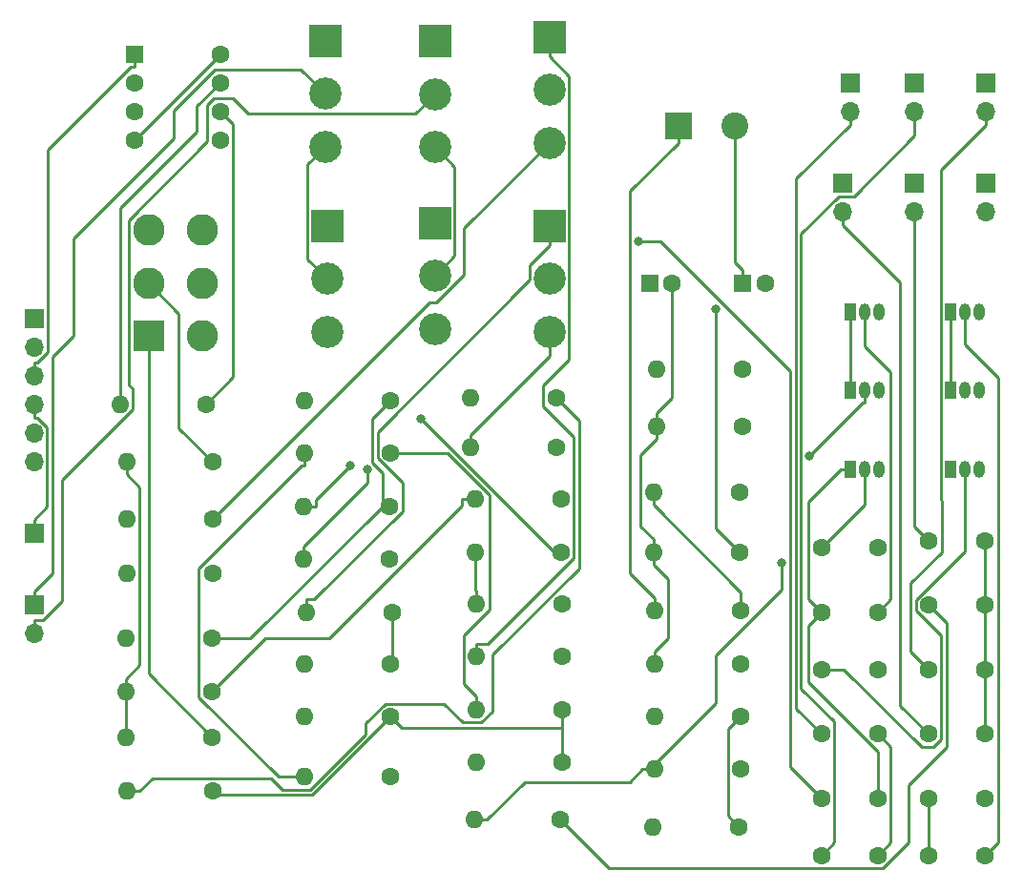
<source format=gbr>
G04 #@! TF.GenerationSoftware,KiCad,Pcbnew,(5.1.5)-3*
G04 #@! TF.CreationDate,2020-01-23T17:29:19-05:00*
G04 #@! TF.ProjectId,cludge,636c7564-6765-42e6-9b69-6361645f7063,v01*
G04 #@! TF.SameCoordinates,Original*
G04 #@! TF.FileFunction,Copper,L2,Bot*
G04 #@! TF.FilePolarity,Positive*
%FSLAX46Y46*%
G04 Gerber Fmt 4.6, Leading zero omitted, Abs format (unit mm)*
G04 Created by KiCad (PCBNEW (5.1.5)-3) date 2020-01-23 17:29:19*
%MOMM*%
%LPD*%
G04 APERTURE LIST*
%ADD10C,1.600000*%
%ADD11R,1.600000X1.600000*%
%ADD12R,2.400000X2.400000*%
%ADD13C,2.400000*%
%ADD14R,1.700000X1.700000*%
%ADD15O,1.700000X1.700000*%
%ADD16R,1.000000X1.500000*%
%ADD17O,1.000000X1.500000*%
%ADD18O,1.600000X1.600000*%
%ADD19R,2.850000X2.850000*%
%ADD20C,2.850000*%
%ADD21R,2.800000X2.800000*%
%ADD22C,2.800000*%
%ADD23C,0.800000*%
%ADD24C,0.250000*%
G04 APERTURE END LIST*
D10*
X146050000Y-92075000D03*
X151050000Y-92075000D03*
X151050000Y-80645000D03*
X146050000Y-80645000D03*
X141525000Y-81280000D03*
X136525000Y-81280000D03*
X136525000Y-92075000D03*
X141525000Y-92075000D03*
D11*
X121285000Y-57785000D03*
D10*
X123285000Y-57785000D03*
D12*
X123825000Y-43815000D03*
D13*
X128825000Y-43815000D03*
D10*
X136525000Y-97790000D03*
X141525000Y-97790000D03*
X131540000Y-57785000D03*
D11*
X129540000Y-57785000D03*
D10*
X151050000Y-103505000D03*
X146050000Y-103505000D03*
X146050000Y-86360000D03*
X151050000Y-86360000D03*
X146050000Y-108585000D03*
X151050000Y-108585000D03*
X141525000Y-86995000D03*
X136525000Y-86995000D03*
X136525000Y-103505000D03*
X141525000Y-103505000D03*
X151050000Y-97790000D03*
X146050000Y-97790000D03*
X141525000Y-108585000D03*
X136525000Y-108585000D03*
D14*
X66675000Y-86360000D03*
D15*
X66675000Y-88900000D03*
D14*
X66675000Y-80010000D03*
X66675000Y-60960000D03*
D15*
X66675000Y-63500000D03*
X66675000Y-66040000D03*
X66675000Y-68580000D03*
X66675000Y-71120000D03*
X66675000Y-73660000D03*
D14*
X151130000Y-40005000D03*
D15*
X151130000Y-42545000D03*
X144780000Y-51435000D03*
D14*
X144780000Y-48895000D03*
X139065000Y-40005000D03*
D15*
X139065000Y-42545000D03*
X151130000Y-51435000D03*
D14*
X151130000Y-48895000D03*
X138430000Y-48895000D03*
D15*
X138430000Y-51435000D03*
X144780000Y-42545000D03*
D14*
X144780000Y-40005000D03*
D16*
X139065000Y-74295000D03*
D17*
X141605000Y-74295000D03*
X140335000Y-74295000D03*
X149225000Y-74295000D03*
X150495000Y-74295000D03*
D16*
X147955000Y-74295000D03*
X139065000Y-67310000D03*
D17*
X141605000Y-67310000D03*
X140335000Y-67310000D03*
X149225000Y-67310000D03*
X150495000Y-67310000D03*
D16*
X147955000Y-67310000D03*
X147955000Y-60325000D03*
D17*
X150495000Y-60325000D03*
X149225000Y-60325000D03*
X140335000Y-60325000D03*
X141605000Y-60325000D03*
D16*
X139065000Y-60325000D03*
D18*
X105910000Y-95630000D03*
D10*
X113530000Y-95630000D03*
X98315000Y-72880000D03*
D18*
X90695000Y-72880000D03*
D10*
X82550000Y-102870000D03*
D18*
X74930000Y-102870000D03*
X90695000Y-68195000D03*
D10*
X98315000Y-68195000D03*
D18*
X105790000Y-81660000D03*
D10*
X113410000Y-81660000D03*
D18*
X105790000Y-76975000D03*
D10*
X113410000Y-76975000D03*
X82465000Y-94035000D03*
D18*
X74845000Y-94035000D03*
D10*
X113030000Y-72390000D03*
D18*
X105410000Y-72390000D03*
X90805000Y-86995000D03*
D10*
X98425000Y-86995000D03*
D18*
X105410000Y-67945000D03*
D10*
X113030000Y-67945000D03*
X98315000Y-91580000D03*
D18*
X90695000Y-91580000D03*
D10*
X82465000Y-89350000D03*
D18*
X74845000Y-89350000D03*
X90575000Y-77610000D03*
D10*
X98195000Y-77610000D03*
D18*
X90575000Y-82295000D03*
D10*
X98195000Y-82295000D03*
X129540000Y-65405000D03*
D18*
X121920000Y-65405000D03*
D10*
X129380000Y-86895000D03*
D18*
X121760000Y-86895000D03*
X90695000Y-96265000D03*
D10*
X98315000Y-96265000D03*
D18*
X74930000Y-73660000D03*
D10*
X82550000Y-73660000D03*
X113530000Y-86260000D03*
D18*
X105910000Y-86260000D03*
X74930000Y-78740000D03*
D10*
X82550000Y-78740000D03*
X98315000Y-101585000D03*
D18*
X90695000Y-101585000D03*
D10*
X113530000Y-90945000D03*
D18*
X105910000Y-90945000D03*
X74295000Y-68580000D03*
D10*
X81915000Y-68580000D03*
D18*
X121640000Y-76340000D03*
D10*
X129260000Y-76340000D03*
D18*
X74845000Y-98085000D03*
D10*
X82465000Y-98085000D03*
X129380000Y-91580000D03*
D18*
X121760000Y-91580000D03*
D10*
X113530000Y-100315000D03*
D18*
X105910000Y-100315000D03*
D10*
X129540000Y-70485000D03*
D18*
X121920000Y-70485000D03*
X121640000Y-81660000D03*
D10*
X129260000Y-81660000D03*
X113360000Y-105410000D03*
D18*
X105740000Y-105410000D03*
X121760000Y-96265000D03*
D10*
X129380000Y-96265000D03*
X129380000Y-100950000D03*
D18*
X121760000Y-100950000D03*
X121590000Y-106045000D03*
D10*
X129210000Y-106045000D03*
X82515000Y-83590000D03*
D18*
X74895000Y-83590000D03*
D19*
X112395000Y-52705000D03*
D20*
X112395000Y-57405000D03*
X112395000Y-62105000D03*
X112395000Y-45340000D03*
X112395000Y-40640000D03*
D19*
X112395000Y-35940000D03*
D21*
X76835000Y-62485000D03*
D22*
X76835000Y-57785000D03*
X76835000Y-53085000D03*
X81635000Y-62485000D03*
X81635000Y-57785000D03*
X81635000Y-53085000D03*
D20*
X102235000Y-61850000D03*
X102235000Y-57150000D03*
D19*
X102235000Y-52450000D03*
X102235000Y-36320000D03*
D20*
X102235000Y-41020000D03*
X102235000Y-45720000D03*
D19*
X92710000Y-52705000D03*
D20*
X92710000Y-57405000D03*
X92710000Y-62105000D03*
X92495000Y-45700000D03*
X92495000Y-41000000D03*
D19*
X92495000Y-36300000D03*
D11*
X75565000Y-37465000D03*
D10*
X75565000Y-40005000D03*
X75565000Y-42545000D03*
X75565000Y-45085000D03*
X83185000Y-45085000D03*
X83185000Y-42545000D03*
X83185000Y-40005000D03*
X83185000Y-37465000D03*
D23*
X133010200Y-82593500D03*
X100978400Y-69806800D03*
X120292200Y-54070200D03*
X135447100Y-73160400D03*
X127142400Y-60068300D03*
X96256600Y-74347800D03*
X94771400Y-74001400D03*
D24*
X146050000Y-92075000D02*
X144474300Y-90499300D01*
X144474300Y-90499300D02*
X144474300Y-84399300D01*
X144474300Y-84399300D02*
X147186800Y-81686800D01*
X147186800Y-81686800D02*
X147186800Y-77100100D01*
X147186800Y-77100100D02*
X147119500Y-77032800D01*
X147119500Y-77032800D02*
X147119500Y-47730800D01*
X147119500Y-47730800D02*
X151130000Y-43720300D01*
X105910000Y-95630000D02*
X105910000Y-94504700D01*
X98315000Y-72880000D02*
X103335900Y-72880000D01*
X103335900Y-72880000D02*
X107069900Y-76614000D01*
X107069900Y-76614000D02*
X107069900Y-86760300D01*
X107069900Y-86760300D02*
X104784700Y-89045500D01*
X104784700Y-89045500D02*
X104784700Y-93379400D01*
X104784700Y-93379400D02*
X105910000Y-94504700D01*
X151130000Y-42545000D02*
X151130000Y-43720300D01*
X66675000Y-80010000D02*
X66675000Y-78834700D01*
X66675000Y-68580000D02*
X66675000Y-69755300D01*
X66675000Y-78834700D02*
X67850300Y-77659400D01*
X67850300Y-77659400D02*
X67850300Y-70629300D01*
X67850300Y-70629300D02*
X66976300Y-69755300D01*
X66976300Y-69755300D02*
X66675000Y-69755300D01*
X141525000Y-97790000D02*
X142656200Y-98921200D01*
X142656200Y-98921200D02*
X142656200Y-107453800D01*
X142656200Y-107453800D02*
X141525000Y-108585000D01*
X151050000Y-86360000D02*
X151050000Y-92075000D01*
X151050000Y-80645000D02*
X151050000Y-86360000D01*
X151050000Y-97790000D02*
X151050000Y-92075000D01*
X74930000Y-102870000D02*
X76055300Y-102870000D01*
X76055300Y-102870000D02*
X77196100Y-101729200D01*
X77196100Y-101729200D02*
X87700800Y-101729200D01*
X87700800Y-101729200D02*
X88728900Y-102757300D01*
X88728900Y-102757300D02*
X91185800Y-102757300D01*
X91185800Y-102757300D02*
X96111000Y-97832100D01*
X96111000Y-97832100D02*
X96111000Y-96874300D01*
X96111000Y-96874300D02*
X97850100Y-95135200D01*
X97850100Y-95135200D02*
X103019800Y-95135200D01*
X103019800Y-95135200D02*
X104683100Y-96798500D01*
X104683100Y-96798500D02*
X106373800Y-96798500D01*
X106373800Y-96798500D02*
X107377500Y-95794800D01*
X107377500Y-95794800D02*
X107377500Y-90788200D01*
X107377500Y-90788200D02*
X115050000Y-83115700D01*
X115050000Y-83115700D02*
X115050000Y-69965000D01*
X115050000Y-69965000D02*
X113030000Y-67945000D01*
X144780000Y-52610300D02*
X144780000Y-79375000D01*
X144780000Y-79375000D02*
X146050000Y-80645000D01*
X144780000Y-51435000D02*
X144780000Y-52610300D01*
X121310000Y-100950000D02*
X127198400Y-95061600D01*
X127198400Y-95061600D02*
X127198400Y-90796200D01*
X127198400Y-90796200D02*
X133010200Y-84984400D01*
X133010200Y-84984400D02*
X133010200Y-82593500D01*
X121310000Y-100950000D02*
X120634700Y-100950000D01*
X121760000Y-100950000D02*
X121310000Y-100950000D01*
X105740000Y-105410000D02*
X106865300Y-105410000D01*
X106865300Y-105410000D02*
X110200000Y-102075300D01*
X110200000Y-102075300D02*
X119509400Y-102075300D01*
X119509400Y-102075300D02*
X120634700Y-100950000D01*
X113410000Y-81660000D02*
X112831600Y-81660000D01*
X112831600Y-81660000D02*
X100978400Y-69806800D01*
X140335000Y-74295000D02*
X140335000Y-77470000D01*
X140335000Y-77470000D02*
X136525000Y-81280000D01*
X105790000Y-76975000D02*
X104664700Y-76975000D01*
X82465000Y-94035000D02*
X87157500Y-89342500D01*
X87157500Y-89342500D02*
X92859800Y-89342500D01*
X92859800Y-89342500D02*
X104664700Y-77537600D01*
X104664700Y-77537600D02*
X104664700Y-76975000D01*
X136525000Y-92075000D02*
X138534800Y-92075000D01*
X138534800Y-92075000D02*
X145412100Y-98952300D01*
X145412100Y-98952300D02*
X146502100Y-98952300D01*
X146502100Y-98952300D02*
X147175400Y-98279000D01*
X147175400Y-98279000D02*
X147175400Y-89076800D01*
X147175400Y-89076800D02*
X144924700Y-86826100D01*
X144924700Y-86826100D02*
X144924700Y-85893800D01*
X144924700Y-85893800D02*
X149225000Y-81593500D01*
X149225000Y-81593500D02*
X149225000Y-74295000D01*
X90695000Y-72880000D02*
X90695000Y-74005300D01*
X90695000Y-101585000D02*
X88352200Y-101585000D01*
X88352200Y-101585000D02*
X81311500Y-94544300D01*
X81311500Y-94544300D02*
X81311500Y-83107500D01*
X81311500Y-83107500D02*
X90413700Y-74005300D01*
X90413700Y-74005300D02*
X90695000Y-74005300D01*
X141525000Y-103505000D02*
X141525000Y-99381500D01*
X141525000Y-99381500D02*
X135344900Y-93201400D01*
X135344900Y-93201400D02*
X135344900Y-88175100D01*
X135344900Y-88175100D02*
X136525000Y-86995000D01*
X66675000Y-66040000D02*
X66675000Y-64864700D01*
X75565000Y-37465000D02*
X75565000Y-38590300D01*
X75565000Y-38590300D02*
X75283700Y-38590300D01*
X75283700Y-38590300D02*
X67890700Y-45983300D01*
X67890700Y-45983300D02*
X67890700Y-63946600D01*
X67890700Y-63946600D02*
X66972600Y-64864700D01*
X66972600Y-64864700D02*
X66675000Y-64864700D01*
X139065000Y-74295000D02*
X138239700Y-74295000D01*
X136525000Y-86995000D02*
X135373700Y-85843700D01*
X135373700Y-85843700D02*
X135373700Y-77161000D01*
X135373700Y-77161000D02*
X138239700Y-74295000D01*
X121640000Y-81660000D02*
X121640000Y-82785300D01*
X121760000Y-91580000D02*
X121760000Y-90454700D01*
X121760000Y-90454700D02*
X122907900Y-89306800D01*
X122907900Y-89306800D02*
X122907900Y-84053200D01*
X122907900Y-84053200D02*
X121640000Y-82785300D01*
X121640000Y-81660000D02*
X121640000Y-80534700D01*
X121640000Y-80534700D02*
X120498100Y-79392800D01*
X120498100Y-79392800D02*
X120498100Y-73032200D01*
X120498100Y-73032200D02*
X121920000Y-71610300D01*
X146050000Y-108585000D02*
X146050000Y-103505000D01*
X121920000Y-70485000D02*
X121920000Y-69359700D01*
X123285000Y-57785000D02*
X123285000Y-67994700D01*
X123285000Y-67994700D02*
X121920000Y-69359700D01*
X129540000Y-57785000D02*
X129540000Y-56659700D01*
X128825000Y-43815000D02*
X128825000Y-55944700D01*
X128825000Y-55944700D02*
X129540000Y-56659700D01*
X74930000Y-73660000D02*
X74930000Y-74785300D01*
X74845000Y-94035000D02*
X74845000Y-92909700D01*
X74845000Y-92909700D02*
X76055300Y-91699400D01*
X76055300Y-91699400D02*
X76055300Y-75910600D01*
X76055300Y-75910600D02*
X74930000Y-74785300D01*
X74845000Y-98085000D02*
X74845000Y-94035000D01*
X121920000Y-70485000D02*
X121920000Y-71610300D01*
X105910000Y-86260000D02*
X105910000Y-85134700D01*
X105910000Y-85134700D02*
X105790000Y-85014700D01*
X105790000Y-85014700D02*
X105790000Y-81660000D01*
X98315000Y-91580000D02*
X98425000Y-91470000D01*
X98425000Y-91470000D02*
X98425000Y-86995000D01*
X123825000Y-45340300D02*
X119566900Y-49598400D01*
X119566900Y-49598400D02*
X119566900Y-83576600D01*
X119566900Y-83576600D02*
X121760000Y-85769700D01*
X121760000Y-86895000D02*
X121760000Y-85769700D01*
X123825000Y-43815000D02*
X123825000Y-45340300D01*
X139065000Y-43720300D02*
X134271500Y-48513800D01*
X134271500Y-48513800D02*
X134271500Y-95536500D01*
X134271500Y-95536500D02*
X136525000Y-97790000D01*
X139065000Y-42545000D02*
X139065000Y-43720300D01*
X83185000Y-42545000D02*
X84347300Y-43707300D01*
X84347300Y-43707300D02*
X84347300Y-66147700D01*
X84347300Y-66147700D02*
X81915000Y-68580000D01*
X113360000Y-105410000D02*
X117685800Y-109735800D01*
X117685800Y-109735800D02*
X141973300Y-109735800D01*
X141973300Y-109735800D02*
X144279300Y-107429800D01*
X144279300Y-107429800D02*
X144279300Y-102375100D01*
X144279300Y-102375100D02*
X147672200Y-98982200D01*
X147672200Y-98982200D02*
X147672200Y-87982200D01*
X147672200Y-87982200D02*
X146050000Y-86360000D01*
X151050000Y-108585000D02*
X152203800Y-107431200D01*
X152203800Y-107431200D02*
X152203800Y-66228700D01*
X152203800Y-66228700D02*
X149225000Y-63249900D01*
X149225000Y-63249900D02*
X149225000Y-60325000D01*
X76835000Y-62485000D02*
X76835000Y-64210300D01*
X76835000Y-64210300D02*
X76835000Y-92455000D01*
X76835000Y-92455000D02*
X82465000Y-98085000D01*
X140335000Y-60325000D02*
X140335000Y-63391000D01*
X140335000Y-63391000D02*
X142653000Y-65709000D01*
X142653000Y-65709000D02*
X142653000Y-85867000D01*
X142653000Y-85867000D02*
X141525000Y-86995000D01*
X120292200Y-54070200D02*
X122226600Y-54070200D01*
X122226600Y-54070200D02*
X133738800Y-65582400D01*
X133738800Y-65582400D02*
X133738800Y-100718800D01*
X133738800Y-100718800D02*
X136525000Y-103505000D01*
X138430000Y-51435000D02*
X138430000Y-52610300D01*
X146050000Y-97790000D02*
X143539300Y-95279300D01*
X143539300Y-95279300D02*
X143539300Y-57719600D01*
X143539300Y-57719600D02*
X138430000Y-52610300D01*
X144780000Y-42545000D02*
X144780000Y-44707900D01*
X144780000Y-44707900D02*
X139417500Y-50070400D01*
X139417500Y-50070400D02*
X138102400Y-50070400D01*
X138102400Y-50070400D02*
X134721800Y-53451000D01*
X134721800Y-53451000D02*
X134721800Y-93758400D01*
X134721800Y-93758400D02*
X137651300Y-96687900D01*
X137651300Y-96687900D02*
X137651300Y-107458700D01*
X137651300Y-107458700D02*
X136525000Y-108585000D01*
X97570800Y-77610000D02*
X97570800Y-74636000D01*
X97570800Y-74636000D02*
X96690600Y-73755800D01*
X96690600Y-73755800D02*
X96690600Y-69819400D01*
X96690600Y-69819400D02*
X98315000Y-68195000D01*
X82465000Y-89350000D02*
X85830800Y-89350000D01*
X85830800Y-89350000D02*
X97570800Y-77610000D01*
X97570800Y-77610000D02*
X98195000Y-77610000D01*
X139065000Y-60325000D02*
X139065000Y-67310000D01*
X147955000Y-67310000D02*
X147955000Y-60325000D01*
X113530000Y-97248900D02*
X113530000Y-95630000D01*
X113530000Y-100315000D02*
X113530000Y-97248900D01*
X98315000Y-96265000D02*
X99298900Y-97248900D01*
X99298900Y-97248900D02*
X113530000Y-97248900D01*
X82550000Y-102870000D02*
X82887700Y-103207700D01*
X82887700Y-103207700D02*
X91372300Y-103207700D01*
X91372300Y-103207700D02*
X98315000Y-96265000D01*
X129210000Y-106045000D02*
X128253800Y-105088800D01*
X128253800Y-105088800D02*
X128253800Y-97391200D01*
X128253800Y-97391200D02*
X129380000Y-96265000D01*
X76835000Y-57785000D02*
X79534000Y-60484000D01*
X79534000Y-60484000D02*
X79534000Y-70644000D01*
X79534000Y-70644000D02*
X82550000Y-73660000D01*
X140335000Y-67310000D02*
X140335000Y-68385300D01*
X135447100Y-73160400D02*
X140222200Y-68385300D01*
X140222200Y-68385300D02*
X140335000Y-68385300D01*
X129260000Y-81660000D02*
X127142400Y-79542400D01*
X127142400Y-79542400D02*
X127142400Y-60068300D01*
X105410000Y-72390000D02*
X105410000Y-71264700D01*
X112395000Y-62105000D02*
X112395000Y-64279700D01*
X112395000Y-64279700D02*
X105410000Y-71264700D01*
X90805000Y-86995000D02*
X90805000Y-85869700D01*
X112395000Y-52705000D02*
X112395000Y-54455300D01*
X112395000Y-54455300D02*
X110644700Y-56205600D01*
X110644700Y-56205600D02*
X110644700Y-57505200D01*
X110644700Y-57505200D02*
X97171700Y-70978200D01*
X97171700Y-70978200D02*
X97171700Y-73328100D01*
X97171700Y-73328100D02*
X99350400Y-75506800D01*
X99350400Y-75506800D02*
X99350400Y-78062800D01*
X99350400Y-78062800D02*
X91543500Y-85869700D01*
X91543500Y-85869700D02*
X90805000Y-85869700D01*
X82550000Y-78740000D02*
X101790000Y-59500000D01*
X101790000Y-59500000D02*
X102375800Y-59500000D01*
X102375800Y-59500000D02*
X104838500Y-57037300D01*
X104838500Y-57037300D02*
X104838500Y-52896500D01*
X104838500Y-52896500D02*
X112395000Y-45340000D01*
X105910000Y-90945000D02*
X105910000Y-89819700D01*
X112395000Y-35940000D02*
X112395000Y-37690300D01*
X112395000Y-37690300D02*
X114156600Y-39451900D01*
X114156600Y-39451900D02*
X114156600Y-64563800D01*
X114156600Y-64563800D02*
X111861300Y-66859100D01*
X111861300Y-66859100D02*
X111861300Y-68746600D01*
X111861300Y-68746600D02*
X114548900Y-71434200D01*
X114548900Y-71434200D02*
X114548900Y-82165400D01*
X114548900Y-82165400D02*
X106894600Y-89819700D01*
X106894600Y-89819700D02*
X105910000Y-89819700D01*
X83185000Y-40005000D02*
X81112700Y-42077300D01*
X81112700Y-42077300D02*
X81112700Y-44309800D01*
X81112700Y-44309800D02*
X74295000Y-51127500D01*
X74295000Y-51127500D02*
X74295000Y-68580000D01*
X66675000Y-85184700D02*
X68300600Y-83559100D01*
X68300600Y-83559100D02*
X68300600Y-64358400D01*
X68300600Y-64358400D02*
X70176300Y-62482700D01*
X70176300Y-62482700D02*
X70176300Y-53846000D01*
X70176300Y-53846000D02*
X79053100Y-44969200D01*
X79053100Y-44969200D02*
X79053100Y-42472500D01*
X79053100Y-42472500D02*
X82684900Y-38840700D01*
X82684900Y-38840700D02*
X90335700Y-38840700D01*
X90335700Y-38840700D02*
X92495000Y-41000000D01*
X66675000Y-86360000D02*
X66675000Y-85184700D01*
X66675000Y-87724700D02*
X67483100Y-87724700D01*
X67483100Y-87724700D02*
X69201100Y-86006700D01*
X69201100Y-86006700D02*
X69201100Y-75285500D01*
X69201100Y-75285500D02*
X75470800Y-69015800D01*
X75470800Y-69015800D02*
X75470800Y-67207800D01*
X75470800Y-67207800D02*
X75086800Y-66823800D01*
X75086800Y-66823800D02*
X75086800Y-52186600D01*
X75086800Y-52186600D02*
X82059600Y-45213800D01*
X82059600Y-45213800D02*
X82059600Y-42008400D01*
X82059600Y-42008400D02*
X82653900Y-41414100D01*
X82653900Y-41414100D02*
X84341600Y-41414100D01*
X84341600Y-41414100D02*
X85682200Y-42754700D01*
X85682200Y-42754700D02*
X100500300Y-42754700D01*
X100500300Y-42754700D02*
X102235000Y-41020000D01*
X66675000Y-88900000D02*
X66675000Y-87724700D01*
X102235000Y-57150000D02*
X103988800Y-55396200D01*
X103988800Y-55396200D02*
X103988800Y-47473800D01*
X103988800Y-47473800D02*
X102235000Y-45720000D01*
X92495000Y-45700000D02*
X90959600Y-47235400D01*
X90959600Y-47235400D02*
X90959600Y-55654600D01*
X90959600Y-55654600D02*
X92710000Y-57405000D01*
X83185000Y-37465000D02*
X75565000Y-45085000D01*
X121640000Y-76340000D02*
X121640000Y-77465300D01*
X129380000Y-86895000D02*
X129380000Y-85205300D01*
X129380000Y-85205300D02*
X121640000Y-77465300D01*
X90575000Y-81169700D02*
X96256600Y-75488100D01*
X96256600Y-75488100D02*
X96256600Y-74347800D01*
X90575000Y-82295000D02*
X90575000Y-81169700D01*
X90575000Y-77610000D02*
X91700300Y-77610000D01*
X94771400Y-74001400D02*
X91700300Y-77072500D01*
X91700300Y-77072500D02*
X91700300Y-77610000D01*
M02*

</source>
